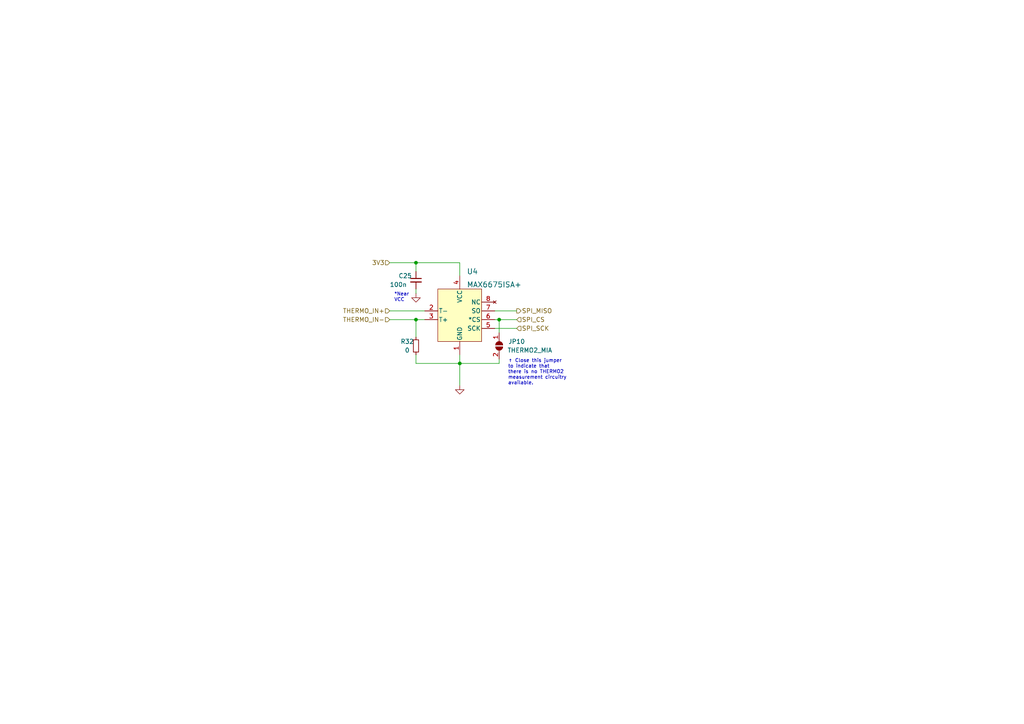
<source format=kicad_sch>
(kicad_sch (version 20211123) (generator eeschema)
  (paper "A4")
  (lib_symbols
    (symbol "Device:C_Small" (pin_numbers hide) (pin_names (offset 0.254) hide)
      (property "Reference" "C" (at 0.254 1.778 0))
      (property "Value" "C_Small" (at 0.254 -2.032 0))
      (symbol "C_Small_0_1"
        (polyline (pts (xy -1.524 -0.508) (xy 1.524 -0.508)) (stroke (width 0.3302)))
        (polyline (pts (xy -1.524 0.508) (xy 1.524 0.508)) (stroke (width 0.3048)))
      )
      (symbol "C_Small_1_1"
        (pin passive line (at 0 2.54 270) (length 2.032) (name "~") (number "1"))
        (pin passive line (at 0 -2.54 90) (length 2.032) (name "~") (number "2"))
      )
    )
    (symbol "Device:R_Small" (pin_numbers hide) (pin_names (offset 0.254) hide)
      (property "Reference" "R" (at 0.762 0.508 0))
      (property "Value" "R_Small" (at 0.762 -1.016 0))
      (symbol "R_Small_0_1"
        (rectangle (start -0.762 1.778) (end 0.762 -1.778) (stroke (width 0.2032)))
      )
      (symbol "R_Small_1_1"
        (pin passive line (at 0 2.54 270) (length 0.762) (name "~") (number "1"))
        (pin passive line (at 0 -2.54 90) (length 0.762) (name "~") (number "2"))
      )
    )
    (symbol "Jumper:SolderJumper_2_Open" (pin_names (offset 0) hide)
      (property "Reference" "JP" (at 0 2.032 0))
      (property "Value" "SolderJumper_2_Open" (at 0 -2.54 0))
      (symbol "SolderJumper_2_Open_0_1"
        (arc (start -0.254 1.016) (mid -1.27 0) (end -0.254 -1.016))
        (arc (start -0.254 1.016) (mid -1.27 0) (end -0.254 -1.016) (fill (type outline)))
        (polyline (pts (xy -0.254 1.016) (xy -0.254 -1.016)))
        (polyline (pts (xy 0.254 1.016) (xy 0.254 -1.016)))
        (arc (start 0.254 -1.016) (mid 1.27 0) (end 0.254 1.016))
        (arc (start 0.254 -1.016) (mid 1.27 0) (end 0.254 1.016) (fill (type outline)))
      )
      (symbol "SolderJumper_2_Open_1_1"
        (pin passive line (at -3.81 0 0) (length 2.54) (name "A") (number "1"))
        (pin passive line (at 3.81 0 180) (length 2.54) (name "B") (number "2"))
      )
    )
    (symbol "MAX6675ISA:MAX6675ISA+" (pin_names (offset 0.254))
      (property "Reference" "U" (at 16.51 7.62 0))
      (property "Value" "MAX6675ISA+" (at 22.86 5.08 0))
      (symbol "MAX6675ISA+_0_1"
        (pin power_in line (at 13.97 -15.24 90) (length 3.81) (name "GND") (number "1"))
        (pin passive line (at 3.81 -2.54 0) (length 3.81) (name "T-") (number "2"))
        (pin passive line (at 3.81 -5.08 0) (length 3.81) (name "T+") (number "3"))
        (pin power_in line (at 13.97 7.62 270) (length 3.81) (name "VCC") (number "4"))
        (pin input line (at 24.13 -7.62 180) (length 3.81) (name "SCK") (number "5"))
        (pin input line (at 24.13 -5.08 180) (length 3.81) (name "*CS") (number "6"))
        (pin output line (at 24.13 -2.54 180) (length 3.81) (name "SO") (number "7"))
        (pin no_connect line (at 24.13 0 180) (length 3.81) (name "NC") (number "8"))
      )
      (symbol "MAX6675ISA+_1_1"
        (rectangle (start 7.62 3.81) (end 20.32 -11.43) (fill (type background)))
      )
    )
    (symbol "power:GND" (power) (pin_names (offset 0))
      (property "Value" "GND" (at 0 -3.81 0))
      (symbol "GND_0_1"
        (polyline (pts (xy 0 0) (xy 0 -1.27) (xy 1.27 -1.27) (xy 0 -2.54) (xy -1.27 -1.27) (xy 0 -1.27)))
      )
      (symbol "GND_1_1"
        (pin power_in line (at 0 0 270) (length 0) hide (name "GND") (number "1"))
      )
    )
  )
  (junction (at 144.78 92.71))
  (junction (at 120.65 76.2))
  (junction (at 120.65 92.71))
  (junction (at 133.35 105.41))
  (wire (pts (xy 120.65 76.2) (xy 120.65 78.74)))
  (wire (pts (xy 113.03 92.71) (xy 120.65 92.71)))
  (wire (pts (xy 113.03 76.2) (xy 120.65 76.2)))
  (wire (pts (xy 144.78 92.71) (xy 143.51 92.71)))
  (wire (pts (xy 133.35 105.41) (xy 144.78 105.41)))
  (wire (pts (xy 133.35 80.01) (xy 133.35 76.2)))
  (wire (pts (xy 120.65 102.87) (xy 120.65 105.41)))
  (wire (pts (xy 133.35 111.76) (xy 133.35 105.41)))
  (wire (pts (xy 120.65 92.71) (xy 123.19 92.71)))
  (wire (pts (xy 144.78 92.71) (xy 144.78 96.52)))
  (wire (pts (xy 149.86 90.17) (xy 143.51 90.17)))
  (wire (pts (xy 149.86 92.71) (xy 144.78 92.71)))
  (wire (pts (xy 149.86 95.25) (xy 143.51 95.25)))
  (wire (pts (xy 144.78 104.14) (xy 144.78 105.41)))
  (wire (pts (xy 113.03 90.17) (xy 123.19 90.17)))
  (wire (pts (xy 133.35 105.41) (xy 133.35 102.87)))
  (wire (pts (xy 120.65 92.71) (xy 120.65 97.79)))
  (wire (pts (xy 120.65 85.09) (xy 120.65 83.82)))
  (wire (pts (xy 133.35 76.2) (xy 120.65 76.2)))
  (wire (pts (xy 120.65 105.41) (xy 133.35 105.41)))
  (text "*Near\nVCC" (at 114.3 87.63 0) (effects (font (size 1 1)) (justify left bottom)))
  (text "↑ Close this jumper\nto indicate that\nthere is no THERMO2\nmeasurement circuitry\navailable." (at 147.32 111.76 0) (effects (font (size 1 1)) (justify left bottom)))
  (hierarchical_label "SPI_SCK" (shape input) (at 149.86 95.25 0))
  (hierarchical_label "SPI_MISO" (shape output) (at 149.86 90.17 0))
  (hierarchical_label "3V3" (shape input) (at 113.03 76.2 180))
  (hierarchical_label "THERMO_IN-" (shape input) (at 113.03 92.71 180))
  (hierarchical_label "SPI_CS" (shape input) (at 149.86 92.71 0))
  (hierarchical_label "THERMO_IN+" (shape input) (at 113.03 90.17 180))
  (symbol (lib_id "Device:R_Small") (at 120.65 100.33 0) (unit 1)
    (property "Reference" "R32" (at 118.11 99.06 0))
    (property "Value" "0" (at 118.11 101.6 0))
    (property "Footprint" "Resistor_SMD:R_0402_1005Metric_Pad0.72x0.64mm_HandSolder" (effects hide))
    (property "MFR" "0402WGF0000TCE" (effects hide))
    (property "JLCPCB Part" "C17168" (effects hide))
  )
  (symbol (lib_id "power:GND") (at 120.65 85.09 0) (unit 1)
    (property "Reference" "#PWR02" (effects hide))
    (property "Value" "GND" (effects hide))
  )
  (symbol (lib_id "power:GND") (at 133.35 111.76 0) (unit 1)
    (property "Reference" "#PWR04" (effects hide))
    (property "Value" "GND" (effects hide))
  )
  (symbol (lib_id "Jumper:SolderJumper_2_Open") (at 144.78 100.33 270) (unit 1)
    (property "Reference" "JP10" (at 149.86 99.06 90))
    (property "Value" "THERMO2_MIA" (at 153.67 101.6 90))
    (property "Footprint" "Jumper:SolderJumper-2_P1.3mm_Open_RoundedPad1.0x1.5mm" (effects hide))
  )
  (symbol (lib_id "MAX6675ISA:MAX6675ISA+") (at 119.38 87.63 0) (unit 1)
    (property "Reference" "U4" (at 135.3694 78.74 0) (effects (font (size 1.524 1.524)) (justify left)))
    (property "Value" "MAX6675ISA+" (at 135.3694 82.55 0) (effects (font (size 1.524 1.524)) (justify left)))
    (property "Footprint" "MAX6675ISA:MAX6675ISA" (effects hide))
    (property "Datasheet" "https://www.analog.com/media/en/technical-documentation/data-sheets/MAX6675.pdf" (effects hide))
  )
  (symbol (lib_id "Device:C_Small") (at 120.65 81.28 0) (unit 1)
    (property "Reference" "C25" (at 115.57 80.01 0) (effects (justify left)))
    (property "Value" "100n" (at 113.03 82.55 0) (effects (justify left)))
    (property "Footprint" "Capacitor_SMD:C_0402_1005Metric_Pad0.74x0.62mm_HandSolder" (effects hide))
  )
)
</source>
